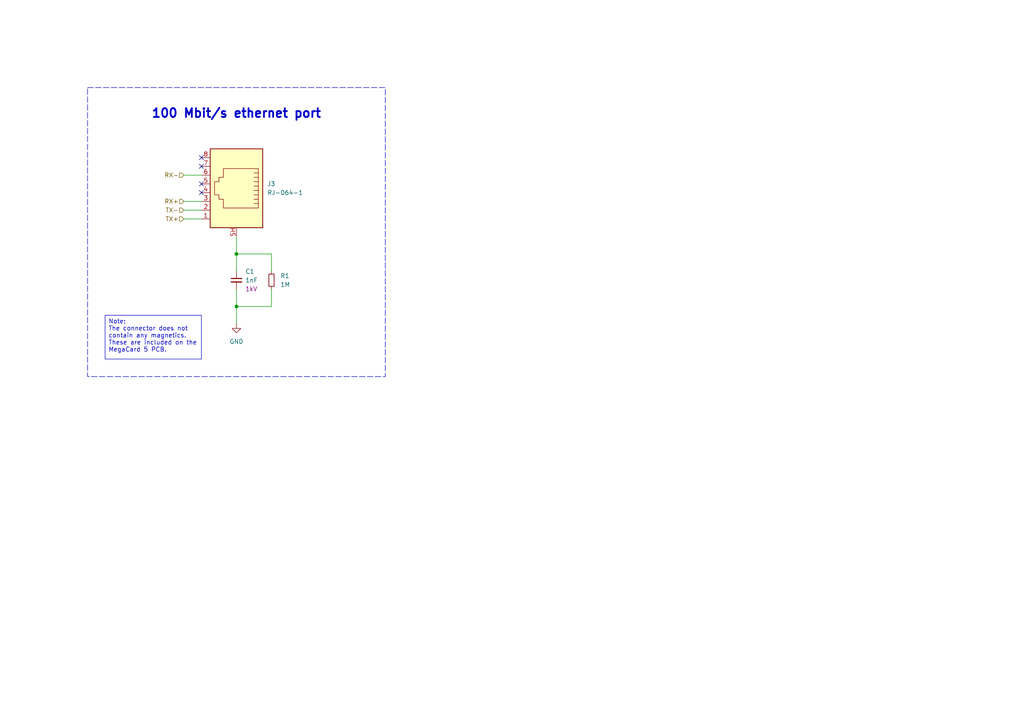
<source format=kicad_sch>
(kicad_sch (version 20231120) (generator "eeschema") (generator_version "8.0")
  (paper "A4")
  (title_block (title "Ethernet port") (date "2024-09-14") (rev "1.0") (company "Wilhelm Zeuschner"))
  (lib_symbols
    (symbol "Device:C_Small" (pin_numbers hide) (pin_names (offset 0.254) hide)
      (property "Reference" "C" (at 0.254 1.778 0))
      (property "Value" "C_Small" (at 0.254 -2.032 0))
      (symbol "C_Small_0_1"
        (polyline (pts (xy -1.524 -0.508) (xy 1.524 -0.508)) (stroke (width 0.3302)))
        (polyline (pts (xy -1.524 0.508) (xy 1.524 0.508)) (stroke (width 0.3048)))
      )
      (symbol "C_Small_1_1"
        (pin passive line (at 0 2.54 270) (length 2.032) (name "~") (number "1"))
        (pin passive line (at 0 -2.54 90) (length 2.032) (name "~") (number "2"))
      )
    )
    (symbol "Device:R_Small" (pin_numbers hide) (pin_names (offset 0.254) hide)
      (property "Reference" "R" (at 0.762 0.508 0))
      (property "Value" "R_Small" (at 0.762 -1.016 0))
      (symbol "R_Small_0_1"
        (rectangle (start -0.762 1.778) (end 0.762 -1.778) (stroke (width 0.2032)))
      )
      (symbol "R_Small_1_1"
        (pin passive line (at 0 2.54 270) (length 0.762) (name "~") (number "1"))
        (pin passive line (at 0 -2.54 90) (length 0.762) (name "~") (number "2"))
      )
    )
    (symbol "MegaCard5_schematic_symbols:RJ-064-1" (pin_names (offset 1.016))
      (property "Reference" "J" (at -5.08 13.97 0))
      (property "Value" "RJ-064-1" (at 2.54 13.97 0))
      (symbol "RJ-064-1_0_1"
        (polyline (pts (xy -5.08 4.445) (xy -6.35 4.445)))
        (polyline (pts (xy -5.08 5.715) (xy -6.35 5.715)))
        (polyline (pts (xy -6.35 -3.175) (xy -5.08 -3.175) (xy -5.08 -3.175)))
        (polyline (pts (xy -6.35 -1.905) (xy -5.08 -1.905) (xy -5.08 -1.905)))
        (polyline (pts (xy -6.35 -0.635) (xy -5.08 -0.635) (xy -5.08 -0.635)))
        (polyline (pts (xy -6.35 0.635) (xy -5.08 0.635) (xy -5.08 0.635)))
        (polyline (pts (xy -6.35 1.905) (xy -5.08 1.905) (xy -5.08 1.905)))
        (polyline (pts (xy -5.08 3.175) (xy -6.35 3.175) (xy -6.35 3.175)))
        (polyline (pts (xy -6.35 -4.445) (xy -6.35 6.985) (xy 3.81 6.985) (xy 3.81 4.445) (xy 5.08 4.445) (xy 5.08 3.175) (xy 6.35 3.175) (xy 6.35 -0.635) (xy 5.08 -0.635) (xy 5.08 -1.905) (xy 3.81 -1.905) (xy 3.81 -4.445) (xy -6.35 -4.445) (xy -6.35 -4.445)))
        (rectangle (start 7.62 12.7) (end -7.62 -10.16) (stroke (width 0.254)) (fill (type background)))
      )
      (symbol "RJ-064-1_1_1"
        (pin passive line (at 10.16 -7.62 180) (length 2.54) (name "~") (number "1"))
        (pin passive line (at 10.16 -5.08 180) (length 2.54) (name "~") (number "2"))
        (pin passive line (at 10.16 -2.54 180) (length 2.54) (name "~") (number "3"))
        (pin passive line (at 10.16 0 180) (length 2.54) (name "~") (number "4"))
        (pin passive line (at 10.16 2.54 180) (length 2.54) (name "~") (number "5"))
        (pin passive line (at 10.16 5.08 180) (length 2.54) (name "~") (number "6"))
        (pin passive line (at 10.16 7.62 180) (length 2.54) (name "~") (number "7"))
        (pin passive line (at 10.16 10.16 180) (length 2.54) (name "~") (number "8"))
        (pin passive line (at 0 -12.7 90) (length 2.54) (name "~") (number "SH"))
      )
    )
    (symbol "power:GND" (power) (pin_numbers hide) (pin_names (offset 0) hide)
      (property "Value" "GND" (at 0 -3.81 0))
      (symbol "GND_0_1"
        (polyline (pts (xy 0 0) (xy 0 -1.27) (xy 1.27 -1.27) (xy 0 -2.54) (xy -1.27 -1.27) (xy 0 -1.27)))
      )
      (symbol "GND_1_1"
        (pin power_in line (at 0 0 270) (length 0) (name "~") (number "1"))
      )
    )
  )
  (junction (at 68.58 73.66))
  (junction (at 68.58 88.9))
  (no_connect (at 58.42 53.34))
  (no_connect (at 58.42 55.88))
  (no_connect (at 58.42 45.72))
  (no_connect (at 58.42 48.26))
  (wire (pts (xy 68.58 73.66) (xy 68.58 78.74)))
  (wire (pts (xy 68.58 73.66) (xy 78.74 73.66)))
  (wire (pts (xy 78.74 78.74) (xy 78.74 73.66)))
  (wire (pts (xy 53.34 63.5) (xy 58.42 63.5)))
  (wire (pts (xy 68.58 88.9) (xy 78.74 88.9)))
  (wire (pts (xy 53.34 58.42) (xy 58.42 58.42)))
  (wire (pts (xy 68.58 83.82) (xy 68.58 88.9)))
  (wire (pts (xy 53.34 60.96) (xy 58.42 60.96)))
  (wire (pts (xy 68.58 68.58) (xy 68.58 73.66)))
  (wire (pts (xy 78.74 88.9) (xy 78.74 83.82)))
  (wire (pts (xy 53.34 50.8) (xy 58.42 50.8)))
  (wire (pts (xy 68.58 88.9) (xy 68.58 93.98)))
  (rectangle (start 25.4 25.4) (end 111.76 109.22) (stroke (width 0) (type dash)))
  (text_box "Note:\nThe connector does not contain any magnetics.\nThese are included on the MegaCard 5 PCB." (at 30.48 91.44 0) (size 27.94 12.7) (effects (font (size 1.27 1.27)) (justify left top)))
  (text "100 Mbit/s ethernet port" (at 68.58 33.02 0) (effects (font (size 2.54 2.54) (thickness 0.508) (bold yes))))
  (hierarchical_label "TX-" (shape input) (at 53.34 60.96 180))
  (hierarchical_label "RX-" (shape input) (at 53.34 50.8 180))
  (hierarchical_label "RX+" (shape input) (at 53.34 58.42 180))
  (hierarchical_label "TX+" (shape input) (at 53.34 63.5 180))
  (symbol (lib_id "Device:C_Small") (at 68.58 81.28 0) (mirror y) (unit 1)
    (property "Reference" "C1" (at 71.12 78.7462 0) (effects (justify right)))
    (property "Value" "1nF" (at 71.12 81.2862 0) (effects (justify right)))
    (property "Footprint" "Capacitor_SMD:C_1206_3216Metric" (effects (hide yes)))
    (property "Datasheet" "https://www.lcsc.com/datasheet/lcsc_datasheet_2304140030_YAGEO-CC1206KKX7RDBB102_C23631.pdf" (effects (hide yes)))
    (property "Description" "Unpolarized capacitor, small symbol" (effects (hide yes)))
    (property "LCSC PN" "C23631" (effects (hide yes)))
    (property "LCSC URL" "https://www.lcsc.com/product-detail/Multilayer-Ceramic-Capacitors-MLCC-SMD-SMT_YAGEO-CC1206KKX7RDBB102_C23631.html" (effects (hide yes)))
    (property "Package" "1206" (effects (hide yes)))
    (property "Voltage" "1kV" (at 71.12 83.8262 0) (effects (justify right)))
    (instances (project "megacard5_reference_design" (path "" (reference "C1") (unit 1)) (path "" (reference "C4") (unit 1)) (path "" (reference "C2") (unit 1)) (path "" (reference "C5") (unit 1)) (path "" (reference "C3") (unit 1))))
  )
  (symbol (lib_id "MegaCard5_schematic_symbols:RJ-064-1") (at 68.58 55.88 0) (mirror y) (unit 1)
    (property "Reference" "J3" (at 77.47 53.3399 0) (effects (justify right)))
    (property "Value" "RJ-064-1" (at 77.47 55.8799 0) (effects (justify right)))
    (property "Footprint" "MegaCard5_footprints:RJ-064-1" (effects (hide yes)))
    (property "Datasheet" "https://www.lcsc.com/datasheet/lcsc_datasheet_2306211558_FG-RJ-064-1_C7205199.pdf" (effects (hide yes)))
    (property "Description" "RJ45Receptacle SMD Ethernet Connectors / Modular Connectors (RJ45 RJ11) ROHS" (effects (hide yes)))
    (property "LCSC PN" "C7205199" (effects (hide yes)))
    (property "LCSC URL" "https://www.lcsc.com/product-detail/Ethernet-Connectors-Modular-Connectors-RJ45-RJ11_FG-RJ-064-1_C7205199.html" (effects (hide yes)))
    (instances (project "megacard5_reference_design" (path "" (reference "J3") (unit 1)) (path "" (reference "J6") (unit 1)) (path "" (reference "J4") (unit 1)) (path "" (reference "J7") (unit 1)) (path "" (reference "J5") (unit 1))))
  )
  (symbol (lib_id "power:GND") (at 68.58 93.98 0) (unit 1)
    (property "Reference" "#PWR06" (effects (hide yes)))
    (property "Value" "GND" (at 68.58 99.06 0))
    (property "Description" "Power symbol creates a global label with name \"GND\" , ground" (effects (hide yes)))
    (instances (project "megacard5_reference_design" (path "" (reference "#PWR06") (unit 1)) (path "" (reference "#PWR011") (unit 1)) (path "" (reference "#PWR09") (unit 1)) (path "" (reference "#PWR012") (unit 1)) (path "" (reference "#PWR010") (unit 1))))
  )
  (symbol (lib_id "Device:R_Small") (at 78.74 81.28 0) (mirror y) (unit 1)
    (property "Reference" "R1" (at 81.28 80.0099 0) (effects (justify right)))
    (property "Value" "1M" (at 81.28 82.5499 0) (effects (justify right)))
    (property "Footprint" "Resistor_SMD:R_1206_3216Metric" (effects (hide yes)))
    (property "Datasheet" "https://www.lcsc.com/datasheet/lcsc_datasheet_2304140030_YAGEO-RC1206JR-071ML_C148194.pdf" (effects (hide yes)))
    (property "Description" "Resistor, small symbol" (effects (hide yes)))
    (property "LCSC PN" "C148194" (effects (hide yes)))
    (property "LCSC URL" "https://www.lcsc.com/product-detail/Chip-Resistor-Surface-Mount_YAGEO-RC1206JR-071ML_C148194.html" (effects (hide yes)))
    (property "Package" "1206" (effects (hide yes)))
    (instances (project "megacard5_reference_design" (path "" (reference "R1") (unit 1)) (path "" (reference "R4") (unit 1)) (path "" (reference "R2") (unit 1)) (path "" (reference "R5") (unit 1)) (path "" (reference "R3") (unit 1))))
  )
)
</source>
